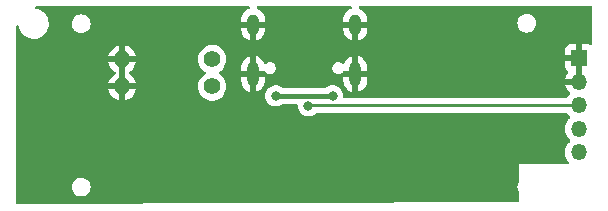
<source format=gtl>
%TF.GenerationSoftware,KiCad,Pcbnew,(7.0.0-0)*%
%TF.CreationDate,2023-08-09T13:49:59+02:00*%
%TF.ProjectId,shine-usb-c,7368696e-652d-4757-9362-2d632e6b6963,1*%
%TF.SameCoordinates,Original*%
%TF.FileFunction,Copper,L1,Top*%
%TF.FilePolarity,Positive*%
%FSLAX46Y46*%
G04 Gerber Fmt 4.6, Leading zero omitted, Abs format (unit mm)*
G04 Created by KiCad (PCBNEW (7.0.0-0)) date 2023-08-09 13:49:59*
%MOMM*%
%LPD*%
G01*
G04 APERTURE LIST*
%TA.AperFunction,ComponentPad*%
%ADD10O,1.000000X1.800000*%
%TD*%
%TA.AperFunction,ComponentPad*%
%ADD11O,1.000000X2.100000*%
%TD*%
%TA.AperFunction,ComponentPad*%
%ADD12C,1.400000*%
%TD*%
%TA.AperFunction,ComponentPad*%
%ADD13O,1.400000X1.400000*%
%TD*%
%TA.AperFunction,ComponentPad*%
%ADD14R,1.350000X1.350000*%
%TD*%
%TA.AperFunction,ComponentPad*%
%ADD15O,1.350000X1.350000*%
%TD*%
%TA.AperFunction,ViaPad*%
%ADD16C,0.800000*%
%TD*%
%TA.AperFunction,Conductor*%
%ADD17C,0.381000*%
%TD*%
%TA.AperFunction,Conductor*%
%ADD18C,0.254000*%
%TD*%
G04 APERTURE END LIST*
D10*
%TO.P,J2,S1,SHELL*%
%TO.N,GND*%
X148679999Y-89174999D03*
%TO.P,J2,S2,SHELL*%
X157319999Y-89174999D03*
D11*
%TO.P,J2,S3,SHELL*%
X148679999Y-93354998D03*
%TO.P,J2,S4,SHELL*%
X157319999Y-93354998D03*
%TD*%
D12*
%TO.P,R2,1*%
%TO.N,Net-(J2-CC1)*%
X145210000Y-94400000D03*
D13*
%TO.P,R2,2*%
%TO.N,GND*%
X137589999Y-94399999D03*
%TD*%
D12*
%TO.P,R1,1*%
%TO.N,Net-(J2-CC2)*%
X145210000Y-92100000D03*
D13*
%TO.P,R1,2*%
%TO.N,GND*%
X137589999Y-92099999D03*
%TD*%
D14*
%TO.P,J1,1,Pin_1*%
%TO.N,GND*%
X176249999Y-91999999D03*
D15*
%TO.P,J1,2,Pin_2*%
X176249999Y-93999999D03*
%TO.P,J1,3,Pin_3*%
%TO.N,/CONN_D+*%
X176249999Y-95999999D03*
%TO.P,J1,4,Pin_4*%
%TO.N,/CONN_D-*%
X176249999Y-97999999D03*
%TO.P,J1,5,Pin_5*%
%TO.N,/CONN_VBUS*%
X176249999Y-99999999D03*
%TD*%
D16*
%TO.N,/CONN_VBUS*%
X150600000Y-95200000D03*
X155400000Y-95200000D03*
%TO.N,/CONN_D+*%
X153360760Y-96039240D03*
%TD*%
D17*
%TO.N,/CONN_VBUS*%
X155400000Y-95200000D02*
X150600000Y-95200000D01*
D18*
%TO.N,/CONN_D+*%
X153360760Y-96039240D02*
X153400000Y-96000000D01*
X153400000Y-96000000D02*
X176250000Y-96000000D01*
%TD*%
%TA.AperFunction,Conductor*%
%TO.N,GND*%
G36*
X148347033Y-87618768D02*
G01*
X148392769Y-87669391D01*
X148404805Y-87736545D01*
X148379497Y-87799902D01*
X148324506Y-87840282D01*
X148243230Y-87870382D01*
X148231993Y-87875894D01*
X148070073Y-87976819D01*
X148060179Y-87984478D01*
X147921885Y-88115936D01*
X147913737Y-88125427D01*
X147804734Y-88282036D01*
X147798665Y-88292970D01*
X147723418Y-88468318D01*
X147719675Y-88480247D01*
X147681265Y-88667152D01*
X147680000Y-88679598D01*
X147680000Y-88908674D01*
X147683450Y-88921549D01*
X147696326Y-88925000D01*
X149663674Y-88925000D01*
X149676549Y-88921549D01*
X149680000Y-88908674D01*
X149680000Y-88727430D01*
X149679682Y-88721164D01*
X149665216Y-88578915D01*
X149662698Y-88566664D01*
X149605580Y-88384614D01*
X149600644Y-88373110D01*
X149508045Y-88206279D01*
X149500902Y-88196017D01*
X149376620Y-88051245D01*
X149367541Y-88042614D01*
X149216670Y-87925832D01*
X149206042Y-87919207D01*
X149035041Y-87835328D01*
X148985769Y-87791711D01*
X148965752Y-87729025D01*
X148980627Y-87664924D01*
X149026205Y-87617460D01*
X149089650Y-87600000D01*
X156921441Y-87600000D01*
X156987033Y-87618768D01*
X157032769Y-87669391D01*
X157044805Y-87736545D01*
X157019497Y-87799902D01*
X156964506Y-87840282D01*
X156883230Y-87870382D01*
X156871993Y-87875894D01*
X156710073Y-87976819D01*
X156700179Y-87984478D01*
X156561885Y-88115936D01*
X156553737Y-88125427D01*
X156444734Y-88282036D01*
X156438665Y-88292970D01*
X156363418Y-88468318D01*
X156359675Y-88480247D01*
X156321265Y-88667152D01*
X156320000Y-88679598D01*
X156320000Y-88908674D01*
X156323450Y-88921549D01*
X156336326Y-88925000D01*
X158303674Y-88925000D01*
X158316549Y-88921549D01*
X158320000Y-88908674D01*
X158320000Y-88727430D01*
X158319682Y-88721164D01*
X158305216Y-88578915D01*
X158302698Y-88566664D01*
X158245580Y-88384614D01*
X158240644Y-88373110D01*
X158148045Y-88206279D01*
X158140902Y-88196017D01*
X158016620Y-88051245D01*
X158007541Y-88042614D01*
X157856670Y-87925832D01*
X157846042Y-87919207D01*
X157675041Y-87835328D01*
X157625769Y-87791711D01*
X157605752Y-87729025D01*
X157620627Y-87664924D01*
X157666205Y-87617460D01*
X157729650Y-87600000D01*
X177276000Y-87600000D01*
X177338000Y-87616613D01*
X177383387Y-87662000D01*
X177400000Y-87724000D01*
X177400000Y-90808282D01*
X177381495Y-90873449D01*
X177331504Y-90919166D01*
X177264946Y-90931788D01*
X177201688Y-90907548D01*
X177174190Y-90886962D01*
X177158777Y-90878547D01*
X177039641Y-90834111D01*
X177024667Y-90830573D01*
X176976114Y-90825353D01*
X176969518Y-90825000D01*
X176516326Y-90825000D01*
X176503450Y-90828450D01*
X176500000Y-90841326D01*
X176500000Y-94126000D01*
X176483387Y-94188000D01*
X176438000Y-94233387D01*
X176376000Y-94250000D01*
X175113880Y-94250000D01*
X175102911Y-94252579D01*
X175103432Y-94263838D01*
X175148080Y-94420757D01*
X175152208Y-94431413D01*
X175244160Y-94616078D01*
X175250169Y-94625782D01*
X175374487Y-94790406D01*
X175382181Y-94798847D01*
X175501944Y-94908024D01*
X175537672Y-94965726D01*
X175537673Y-95033595D01*
X175501944Y-95091298D01*
X175377573Y-95204678D01*
X175374124Y-95209244D01*
X175374115Y-95209255D01*
X175288049Y-95323227D01*
X175244367Y-95359500D01*
X175189095Y-95372500D01*
X156425046Y-95372500D01*
X156359336Y-95353658D01*
X156313596Y-95302859D01*
X156301725Y-95235539D01*
X156304781Y-95206461D01*
X156304781Y-95206460D01*
X156305460Y-95200000D01*
X156285674Y-95011744D01*
X156227179Y-94831716D01*
X156132533Y-94667784D01*
X156085751Y-94615828D01*
X156010220Y-94531942D01*
X156010219Y-94531941D01*
X156005871Y-94527112D01*
X156000613Y-94523292D01*
X156000611Y-94523290D01*
X155857988Y-94419669D01*
X155857987Y-94419668D01*
X155852730Y-94415849D01*
X155846792Y-94413205D01*
X155685745Y-94341501D01*
X155685740Y-94341499D01*
X155679803Y-94338856D01*
X155673444Y-94337504D01*
X155673440Y-94337503D01*
X155501008Y-94300852D01*
X155501005Y-94300851D01*
X155494646Y-94299500D01*
X155305354Y-94299500D01*
X155298995Y-94300851D01*
X155298991Y-94300852D01*
X155126559Y-94337503D01*
X155126552Y-94337505D01*
X155120197Y-94338856D01*
X155114262Y-94341498D01*
X155114254Y-94341501D01*
X154953207Y-94413205D01*
X154953202Y-94413207D01*
X154947270Y-94415849D01*
X154942016Y-94419665D01*
X154942011Y-94419669D01*
X154851654Y-94485318D01*
X154817087Y-94502931D01*
X154778769Y-94509000D01*
X151221231Y-94509000D01*
X151182913Y-94502931D01*
X151148346Y-94485318D01*
X151132381Y-94473719D01*
X151074152Y-94431413D01*
X151057988Y-94419669D01*
X151057987Y-94419668D01*
X151052730Y-94415849D01*
X151046792Y-94413205D01*
X150885745Y-94341501D01*
X150885740Y-94341499D01*
X150879803Y-94338856D01*
X150873444Y-94337504D01*
X150873440Y-94337503D01*
X150701008Y-94300852D01*
X150701005Y-94300851D01*
X150694646Y-94299500D01*
X150505354Y-94299500D01*
X150498995Y-94300851D01*
X150498991Y-94300852D01*
X150326559Y-94337503D01*
X150326552Y-94337505D01*
X150320197Y-94338856D01*
X150314262Y-94341498D01*
X150314254Y-94341501D01*
X150153207Y-94413205D01*
X150153202Y-94413207D01*
X150147270Y-94415849D01*
X150142016Y-94419665D01*
X150142011Y-94419669D01*
X149999388Y-94523290D01*
X149999381Y-94523295D01*
X149994129Y-94527112D01*
X149989784Y-94531937D01*
X149989779Y-94531942D01*
X149871813Y-94662956D01*
X149871808Y-94662962D01*
X149867467Y-94667784D01*
X149864222Y-94673404D01*
X149864218Y-94673410D01*
X149776069Y-94826089D01*
X149776066Y-94826094D01*
X149772821Y-94831716D01*
X149770815Y-94837888D01*
X149770813Y-94837894D01*
X149716333Y-95005564D01*
X149716331Y-95005573D01*
X149714326Y-95011744D01*
X149713648Y-95018194D01*
X149713646Y-95018204D01*
X149695962Y-95186464D01*
X149694540Y-95200000D01*
X149695219Y-95206460D01*
X149713646Y-95381795D01*
X149713647Y-95381803D01*
X149714326Y-95388256D01*
X149716331Y-95394428D01*
X149716333Y-95394435D01*
X149744417Y-95480867D01*
X149772821Y-95568284D01*
X149867467Y-95732216D01*
X149871811Y-95737041D01*
X149871813Y-95737043D01*
X149989779Y-95868057D01*
X149994129Y-95872888D01*
X150147270Y-95984151D01*
X150320197Y-96061144D01*
X150505354Y-96100500D01*
X150688143Y-96100500D01*
X150694646Y-96100500D01*
X150879803Y-96061144D01*
X151052730Y-95984151D01*
X151148347Y-95914681D01*
X151182913Y-95897069D01*
X151221231Y-95891000D01*
X152333164Y-95891000D01*
X152398873Y-95909841D01*
X152444613Y-95960639D01*
X152456485Y-96027956D01*
X152455979Y-96032772D01*
X152455979Y-96032779D01*
X152455300Y-96039240D01*
X152455979Y-96045700D01*
X152474406Y-96221035D01*
X152474407Y-96221043D01*
X152475086Y-96227496D01*
X152477091Y-96233668D01*
X152477093Y-96233675D01*
X152531573Y-96401345D01*
X152533581Y-96407524D01*
X152628227Y-96571456D01*
X152632571Y-96576281D01*
X152632573Y-96576283D01*
X152715630Y-96668527D01*
X152754889Y-96712128D01*
X152760147Y-96715948D01*
X152760148Y-96715949D01*
X152831459Y-96767759D01*
X152908030Y-96823391D01*
X153080957Y-96900384D01*
X153266114Y-96939740D01*
X153448903Y-96939740D01*
X153455406Y-96939740D01*
X153640563Y-96900384D01*
X153813490Y-96823391D01*
X153966631Y-96712128D01*
X153983387Y-96693519D01*
X154005891Y-96668527D01*
X154047605Y-96638220D01*
X154098040Y-96627500D01*
X175189095Y-96627500D01*
X175244367Y-96640500D01*
X175288049Y-96676773D01*
X175374115Y-96790744D01*
X175374120Y-96790749D01*
X175377573Y-96795322D01*
X175381809Y-96799183D01*
X175381813Y-96799188D01*
X175501573Y-96908363D01*
X175537301Y-96966066D01*
X175537301Y-97033934D01*
X175501573Y-97091637D01*
X175381813Y-97200811D01*
X175381803Y-97200821D01*
X175377573Y-97204678D01*
X175374119Y-97209251D01*
X175374116Y-97209255D01*
X175286001Y-97325939D01*
X175246288Y-97378528D01*
X175243738Y-97383648D01*
X175243733Y-97383657D01*
X175151737Y-97568410D01*
X175151733Y-97568418D01*
X175149183Y-97573541D01*
X175089565Y-97783077D01*
X175069464Y-98000000D01*
X175089565Y-98216923D01*
X175149183Y-98426459D01*
X175151735Y-98431585D01*
X175151737Y-98431589D01*
X175243733Y-98616342D01*
X175243735Y-98616346D01*
X175246288Y-98621472D01*
X175377573Y-98795322D01*
X175381809Y-98799183D01*
X175381813Y-98799188D01*
X175501573Y-98908363D01*
X175537301Y-98966066D01*
X175537301Y-99033934D01*
X175501573Y-99091637D01*
X175381813Y-99200811D01*
X175381803Y-99200821D01*
X175377573Y-99204678D01*
X175374119Y-99209251D01*
X175374116Y-99209255D01*
X175286001Y-99325939D01*
X175246288Y-99378528D01*
X175243738Y-99383648D01*
X175243733Y-99383657D01*
X175151737Y-99568410D01*
X175151733Y-99568418D01*
X175149183Y-99573541D01*
X175089565Y-99783077D01*
X175069464Y-100000000D01*
X175089565Y-100216923D01*
X175149183Y-100426459D01*
X175151735Y-100431585D01*
X175151737Y-100431589D01*
X175243733Y-100616342D01*
X175243735Y-100616346D01*
X175246288Y-100621472D01*
X175249741Y-100626044D01*
X175374115Y-100790744D01*
X175374120Y-100790749D01*
X175376436Y-100793816D01*
X175376437Y-100793818D01*
X175377573Y-100795322D01*
X175377363Y-100795480D01*
X175403311Y-100842066D01*
X175405933Y-100898785D01*
X175382998Y-100950727D01*
X175339315Y-100987000D01*
X175284044Y-101000000D01*
X171200000Y-101000000D01*
X171200000Y-101016326D01*
X171200000Y-102403533D01*
X171180993Y-102469505D01*
X171128744Y-102552661D01*
X171126444Y-102559233D01*
X171126443Y-102559236D01*
X171071838Y-102715285D01*
X171071835Y-102715294D01*
X171069537Y-102721864D01*
X171068757Y-102728780D01*
X171068756Y-102728788D01*
X171050246Y-102893077D01*
X171049466Y-102900000D01*
X171050246Y-102906923D01*
X171068756Y-103071211D01*
X171068757Y-103071217D01*
X171069537Y-103078136D01*
X171071836Y-103084707D01*
X171071838Y-103084714D01*
X171122795Y-103230339D01*
X171128744Y-103247339D01*
X171148157Y-103278235D01*
X171180994Y-103330495D01*
X171200000Y-103396467D01*
X171200000Y-104101917D01*
X171183472Y-104163770D01*
X171138293Y-104209134D01*
X171076508Y-104225915D01*
X128724506Y-104399489D01*
X128662294Y-104383047D01*
X128616698Y-104337638D01*
X128600000Y-104275491D01*
X128600000Y-102925000D01*
X133324466Y-102925000D01*
X133325246Y-102931923D01*
X133343756Y-103096211D01*
X133343757Y-103096217D01*
X133344537Y-103103136D01*
X133346836Y-103109707D01*
X133346838Y-103109714D01*
X133392695Y-103240763D01*
X133403744Y-103272339D01*
X133499117Y-103424125D01*
X133625875Y-103550883D01*
X133777661Y-103646256D01*
X133946864Y-103705463D01*
X134080322Y-103720500D01*
X134166193Y-103720500D01*
X134169678Y-103720500D01*
X134303136Y-103705463D01*
X134472339Y-103646256D01*
X134624125Y-103550883D01*
X134750883Y-103424125D01*
X134846256Y-103272339D01*
X134905463Y-103103136D01*
X134925534Y-102925000D01*
X134905463Y-102746864D01*
X134846256Y-102577661D01*
X134750883Y-102425875D01*
X134624125Y-102299117D01*
X134472339Y-102203744D01*
X134303136Y-102144537D01*
X134296217Y-102143757D01*
X134296211Y-102143756D01*
X134173144Y-102129890D01*
X134173134Y-102129889D01*
X134169678Y-102129500D01*
X134080322Y-102129500D01*
X134076866Y-102129889D01*
X134076855Y-102129890D01*
X133953788Y-102143756D01*
X133953780Y-102143757D01*
X133946864Y-102144537D01*
X133940290Y-102146837D01*
X133940287Y-102146838D01*
X133784236Y-102201443D01*
X133784233Y-102201444D01*
X133777661Y-102203744D01*
X133771766Y-102207447D01*
X133771764Y-102207449D01*
X133631775Y-102295409D01*
X133631770Y-102295412D01*
X133625875Y-102299117D01*
X133620950Y-102304041D01*
X133620946Y-102304045D01*
X133504045Y-102420946D01*
X133504041Y-102420950D01*
X133499117Y-102425875D01*
X133495412Y-102431770D01*
X133495409Y-102431775D01*
X133419452Y-102552661D01*
X133403744Y-102577661D01*
X133401444Y-102584233D01*
X133401443Y-102584236D01*
X133346838Y-102740285D01*
X133346835Y-102740294D01*
X133344537Y-102746864D01*
X133343757Y-102753780D01*
X133343756Y-102753788D01*
X133328063Y-102893077D01*
X133324466Y-102925000D01*
X128600000Y-102925000D01*
X128600000Y-94652580D01*
X136416920Y-94652580D01*
X136417440Y-94663835D01*
X136464672Y-94829840D01*
X136468792Y-94840474D01*
X136562813Y-95029295D01*
X136568820Y-95038997D01*
X136695932Y-95207320D01*
X136703630Y-95215764D01*
X136859505Y-95357862D01*
X136868609Y-95364738D01*
X137047950Y-95475781D01*
X137058163Y-95480867D01*
X137254855Y-95557066D01*
X137265831Y-95560188D01*
X137326570Y-95571542D01*
X137337598Y-95571160D01*
X137340000Y-95560393D01*
X137840000Y-95560393D01*
X137842401Y-95571160D01*
X137853429Y-95571542D01*
X137914168Y-95560188D01*
X137925144Y-95557066D01*
X138121836Y-95480867D01*
X138132049Y-95475781D01*
X138311390Y-95364738D01*
X138320494Y-95357862D01*
X138476369Y-95215764D01*
X138484067Y-95207320D01*
X138611179Y-95038997D01*
X138617186Y-95029295D01*
X138711207Y-94840474D01*
X138715327Y-94829840D01*
X138762559Y-94663835D01*
X138763079Y-94652580D01*
X138752110Y-94650000D01*
X137856326Y-94650000D01*
X137843450Y-94653450D01*
X137840000Y-94666326D01*
X137840000Y-95560393D01*
X137340000Y-95560393D01*
X137340000Y-94666326D01*
X137336549Y-94653450D01*
X137323674Y-94650000D01*
X136427890Y-94650000D01*
X136416920Y-94652580D01*
X128600000Y-94652580D01*
X128600000Y-94400000D01*
X144004357Y-94400000D01*
X144024885Y-94621536D01*
X144029394Y-94637384D01*
X144084201Y-94830013D01*
X144084204Y-94830021D01*
X144085771Y-94835528D01*
X144088323Y-94840653D01*
X144088325Y-94840658D01*
X144182387Y-95029559D01*
X144182389Y-95029563D01*
X144184942Y-95034689D01*
X144188391Y-95039256D01*
X144188394Y-95039261D01*
X144315561Y-95207658D01*
X144315566Y-95207663D01*
X144319019Y-95212236D01*
X144323255Y-95216097D01*
X144323259Y-95216102D01*
X144422401Y-95306481D01*
X144483438Y-95362124D01*
X144672599Y-95479247D01*
X144880060Y-95559618D01*
X145098757Y-95600500D01*
X145315514Y-95600500D01*
X145321243Y-95600500D01*
X145539940Y-95559618D01*
X145747401Y-95479247D01*
X145936562Y-95362124D01*
X146100981Y-95212236D01*
X146235058Y-95034689D01*
X146334229Y-94835528D01*
X146395115Y-94621536D01*
X146415643Y-94400000D01*
X146395115Y-94178464D01*
X146334229Y-93964472D01*
X146328302Y-93952569D01*
X147680000Y-93952569D01*
X147680317Y-93958834D01*
X147694783Y-94101083D01*
X147697301Y-94113334D01*
X147754419Y-94295384D01*
X147759355Y-94306888D01*
X147851954Y-94473719D01*
X147859097Y-94483981D01*
X147983379Y-94628753D01*
X147992458Y-94637384D01*
X148143329Y-94754166D01*
X148153957Y-94760791D01*
X148325256Y-94844816D01*
X148336997Y-94849164D01*
X148416253Y-94869685D01*
X148427464Y-94869970D01*
X148428627Y-94864961D01*
X148930000Y-94864961D01*
X148932337Y-94875644D01*
X148937502Y-94875972D01*
X148937840Y-94875884D01*
X149116760Y-94809620D01*
X149128006Y-94804104D01*
X149289926Y-94703179D01*
X149299820Y-94695520D01*
X149438114Y-94564062D01*
X149446262Y-94554571D01*
X149555265Y-94397962D01*
X149561334Y-94387028D01*
X149636581Y-94211680D01*
X149640324Y-94199751D01*
X149678734Y-94012846D01*
X149680000Y-94000401D01*
X149680000Y-93952569D01*
X156320000Y-93952569D01*
X156320317Y-93958834D01*
X156334783Y-94101083D01*
X156337301Y-94113334D01*
X156394419Y-94295384D01*
X156399355Y-94306888D01*
X156491954Y-94473719D01*
X156499097Y-94483981D01*
X156623379Y-94628753D01*
X156632458Y-94637384D01*
X156783329Y-94754166D01*
X156793957Y-94760791D01*
X156965256Y-94844816D01*
X156976997Y-94849164D01*
X157056253Y-94869685D01*
X157067464Y-94869970D01*
X157068627Y-94864961D01*
X157570000Y-94864961D01*
X157572337Y-94875644D01*
X157577502Y-94875972D01*
X157577840Y-94875884D01*
X157756760Y-94809620D01*
X157768006Y-94804104D01*
X157929926Y-94703179D01*
X157939820Y-94695520D01*
X158078114Y-94564062D01*
X158086262Y-94554571D01*
X158195265Y-94397962D01*
X158201334Y-94387028D01*
X158276581Y-94211680D01*
X158280324Y-94199751D01*
X158318734Y-94012846D01*
X158320000Y-94000401D01*
X158320000Y-93621325D01*
X158316549Y-93608449D01*
X158303674Y-93604999D01*
X157586326Y-93604999D01*
X157573450Y-93608449D01*
X157570000Y-93621325D01*
X157570000Y-94864961D01*
X157068627Y-94864961D01*
X157070000Y-94859045D01*
X157070000Y-93621325D01*
X157066549Y-93608449D01*
X157053674Y-93604999D01*
X156336326Y-93604999D01*
X156323450Y-93608449D01*
X156320000Y-93621325D01*
X156320000Y-93952569D01*
X149680000Y-93952569D01*
X149680000Y-93621325D01*
X149676549Y-93608449D01*
X149663674Y-93604999D01*
X148946326Y-93604999D01*
X148933450Y-93608449D01*
X148930000Y-93621325D01*
X148930000Y-94864961D01*
X148428627Y-94864961D01*
X148430000Y-94859045D01*
X148430000Y-93621325D01*
X148426549Y-93608449D01*
X148413674Y-93604999D01*
X147696326Y-93604999D01*
X147683450Y-93608449D01*
X147680000Y-93621325D01*
X147680000Y-93952569D01*
X146328302Y-93952569D01*
X146235058Y-93765311D01*
X146223496Y-93750000D01*
X146104438Y-93592341D01*
X146104434Y-93592337D01*
X146100981Y-93587764D01*
X146096744Y-93583901D01*
X146096740Y-93583897D01*
X145940796Y-93441736D01*
X145940797Y-93441736D01*
X145936562Y-93437876D01*
X145931692Y-93434861D01*
X145931690Y-93434859D01*
X145849421Y-93383921D01*
X145803400Y-93355425D01*
X145760349Y-93310339D01*
X145744678Y-93250000D01*
X145760349Y-93189661D01*
X145803400Y-93144574D01*
X145893684Y-93088673D01*
X147680000Y-93088673D01*
X147683450Y-93101548D01*
X147696326Y-93104999D01*
X148413674Y-93104999D01*
X148426549Y-93101548D01*
X148430000Y-93088673D01*
X148930000Y-93088673D01*
X148933450Y-93101548D01*
X148946326Y-93104999D01*
X149613954Y-93104999D01*
X149673380Y-93120166D01*
X149718268Y-93161958D01*
X149726881Y-93175359D01*
X149731676Y-93182820D01*
X149839358Y-93276127D01*
X149968966Y-93335317D01*
X150074564Y-93350500D01*
X150141010Y-93350500D01*
X150145436Y-93350500D01*
X150251034Y-93335317D01*
X150380642Y-93276127D01*
X150488324Y-93182820D01*
X150565357Y-93062955D01*
X150605500Y-92926242D01*
X155394500Y-92926242D01*
X155396997Y-92934746D01*
X155396998Y-92934752D01*
X155423525Y-93025092D01*
X155434643Y-93062955D01*
X155511676Y-93182820D01*
X155619358Y-93276127D01*
X155748966Y-93335317D01*
X155854564Y-93350500D01*
X155921010Y-93350500D01*
X155925436Y-93350500D01*
X156031034Y-93335317D01*
X156160642Y-93276127D01*
X156268324Y-93182820D01*
X156277924Y-93167882D01*
X156281732Y-93161958D01*
X156326620Y-93120166D01*
X156386046Y-93104999D01*
X157053674Y-93104999D01*
X157066549Y-93101548D01*
X157070000Y-93088673D01*
X157570000Y-93088673D01*
X157573450Y-93101548D01*
X157586326Y-93104999D01*
X158303674Y-93104999D01*
X158316549Y-93101548D01*
X158320000Y-93088673D01*
X158320000Y-92757429D01*
X158319682Y-92751163D01*
X158316464Y-92719518D01*
X175075000Y-92719518D01*
X175075353Y-92726114D01*
X175080573Y-92774667D01*
X175084111Y-92789641D01*
X175128547Y-92908777D01*
X175136962Y-92924189D01*
X175212498Y-93025092D01*
X175224907Y-93037501D01*
X175303806Y-93096565D01*
X175343552Y-93147179D01*
X175352576Y-93210898D01*
X175328449Y-93270558D01*
X175250169Y-93374217D01*
X175244160Y-93383921D01*
X175152208Y-93568586D01*
X175148080Y-93579242D01*
X175103432Y-93736161D01*
X175102911Y-93747420D01*
X175113880Y-93750000D01*
X175983674Y-93750000D01*
X175996549Y-93746549D01*
X176000000Y-93733674D01*
X176000000Y-92266326D01*
X175996549Y-92253450D01*
X175983674Y-92250000D01*
X175091326Y-92250000D01*
X175078450Y-92253450D01*
X175075000Y-92266326D01*
X175075000Y-92719518D01*
X158316464Y-92719518D01*
X158305216Y-92608914D01*
X158302698Y-92596663D01*
X158245580Y-92414613D01*
X158240644Y-92403109D01*
X158148045Y-92236278D01*
X158140902Y-92226016D01*
X158016620Y-92081244D01*
X158007541Y-92072613D01*
X157856670Y-91955831D01*
X157846042Y-91949206D01*
X157674743Y-91865181D01*
X157663002Y-91860833D01*
X157583746Y-91840312D01*
X157572535Y-91840027D01*
X157570000Y-91850953D01*
X157570000Y-93088673D01*
X157070000Y-93088673D01*
X157070000Y-91845037D01*
X157067662Y-91834353D01*
X157062497Y-91834025D01*
X157062159Y-91834113D01*
X156883239Y-91900377D01*
X156871993Y-91905893D01*
X156710073Y-92006818D01*
X156700179Y-92014477D01*
X156561885Y-92145935D01*
X156553737Y-92155426D01*
X156444734Y-92312035D01*
X156438665Y-92322969D01*
X156395529Y-92423489D01*
X156361040Y-92469782D01*
X156309329Y-92495444D01*
X156251604Y-92494912D01*
X156200375Y-92468302D01*
X156196789Y-92465195D01*
X156160642Y-92433873D01*
X156152574Y-92430188D01*
X156152572Y-92430187D01*
X156039106Y-92378369D01*
X156039103Y-92378368D01*
X156031034Y-92374683D01*
X156022252Y-92373420D01*
X156022251Y-92373420D01*
X155929816Y-92360129D01*
X155929805Y-92360128D01*
X155925436Y-92359500D01*
X155854564Y-92359500D01*
X155850195Y-92360128D01*
X155850183Y-92360129D01*
X155757748Y-92373420D01*
X155757745Y-92373420D01*
X155748966Y-92374683D01*
X155740898Y-92378367D01*
X155740893Y-92378369D01*
X155627427Y-92430187D01*
X155627421Y-92430190D01*
X155619358Y-92433873D01*
X155612660Y-92439676D01*
X155612655Y-92439680D01*
X155518375Y-92521375D01*
X155511676Y-92527180D01*
X155506885Y-92534634D01*
X155506883Y-92534637D01*
X155439437Y-92639584D01*
X155439434Y-92639588D01*
X155434643Y-92647045D01*
X155432145Y-92655550D01*
X155432144Y-92655554D01*
X155396998Y-92775247D01*
X155396996Y-92775254D01*
X155394500Y-92783758D01*
X155394500Y-92926242D01*
X150605500Y-92926242D01*
X150605500Y-92783758D01*
X150565357Y-92647045D01*
X150488324Y-92527180D01*
X150380642Y-92433873D01*
X150372574Y-92430188D01*
X150372572Y-92430187D01*
X150259106Y-92378369D01*
X150259103Y-92378368D01*
X150251034Y-92374683D01*
X150242252Y-92373420D01*
X150242251Y-92373420D01*
X150149816Y-92360129D01*
X150149805Y-92360128D01*
X150145436Y-92359500D01*
X150074564Y-92359500D01*
X150070195Y-92360128D01*
X150070183Y-92360129D01*
X149977748Y-92373420D01*
X149977745Y-92373420D01*
X149968966Y-92374683D01*
X149960898Y-92378367D01*
X149960893Y-92378369D01*
X149847427Y-92430187D01*
X149847421Y-92430190D01*
X149839358Y-92433873D01*
X149832658Y-92439678D01*
X149832651Y-92439683D01*
X149803209Y-92465195D01*
X149751979Y-92491805D01*
X149694253Y-92492336D01*
X149642542Y-92466673D01*
X149608055Y-92420378D01*
X149600647Y-92403115D01*
X149508045Y-92236278D01*
X149500902Y-92226016D01*
X149376620Y-92081244D01*
X149367541Y-92072613D01*
X149216670Y-91955831D01*
X149206042Y-91949206D01*
X149034743Y-91865181D01*
X149023002Y-91860833D01*
X148943746Y-91840312D01*
X148932535Y-91840027D01*
X148930000Y-91850953D01*
X148930000Y-93088673D01*
X148430000Y-93088673D01*
X148430000Y-91845037D01*
X148427662Y-91834353D01*
X148422497Y-91834025D01*
X148422159Y-91834113D01*
X148243239Y-91900377D01*
X148231993Y-91905893D01*
X148070073Y-92006818D01*
X148060179Y-92014477D01*
X147921885Y-92145935D01*
X147913737Y-92155426D01*
X147804734Y-92312035D01*
X147798665Y-92322969D01*
X147723418Y-92498317D01*
X147719675Y-92510246D01*
X147681265Y-92697151D01*
X147680000Y-92709597D01*
X147680000Y-93088673D01*
X145893684Y-93088673D01*
X145936562Y-93062124D01*
X146100981Y-92912236D01*
X146235058Y-92734689D01*
X146334229Y-92535528D01*
X146395115Y-92321536D01*
X146415643Y-92100000D01*
X146395115Y-91878464D01*
X146353919Y-91733674D01*
X175075000Y-91733674D01*
X175078450Y-91746549D01*
X175091326Y-91750000D01*
X175983674Y-91750000D01*
X175996549Y-91746549D01*
X176000000Y-91733674D01*
X176000000Y-90841326D01*
X175996549Y-90828450D01*
X175983674Y-90825000D01*
X175530482Y-90825000D01*
X175523885Y-90825353D01*
X175475332Y-90830573D01*
X175460358Y-90834111D01*
X175341222Y-90878547D01*
X175325810Y-90886962D01*
X175224907Y-90962498D01*
X175212498Y-90974907D01*
X175136962Y-91075810D01*
X175128547Y-91091222D01*
X175084111Y-91210358D01*
X175080573Y-91225332D01*
X175075353Y-91273885D01*
X175075000Y-91280482D01*
X175075000Y-91733674D01*
X146353919Y-91733674D01*
X146334229Y-91664472D01*
X146235058Y-91465311D01*
X146104693Y-91292679D01*
X146104438Y-91292341D01*
X146104434Y-91292337D01*
X146100981Y-91287764D01*
X146096744Y-91283901D01*
X146096740Y-91283897D01*
X145940796Y-91141736D01*
X145940797Y-91141736D01*
X145936562Y-91137876D01*
X145931692Y-91134861D01*
X145931690Y-91134859D01*
X145752275Y-91023771D01*
X145752276Y-91023771D01*
X145747401Y-91020753D01*
X145539940Y-90940382D01*
X145493967Y-90931788D01*
X145326872Y-90900552D01*
X145326869Y-90900551D01*
X145321243Y-90899500D01*
X145098757Y-90899500D01*
X145093131Y-90900551D01*
X145093127Y-90900552D01*
X144885697Y-90939328D01*
X144885694Y-90939328D01*
X144880060Y-90940382D01*
X144874717Y-90942451D01*
X144874713Y-90942453D01*
X144677941Y-91018683D01*
X144677936Y-91018685D01*
X144672599Y-91020753D01*
X144667727Y-91023769D01*
X144667724Y-91023771D01*
X144488309Y-91134859D01*
X144488301Y-91134864D01*
X144483438Y-91137876D01*
X144479207Y-91141732D01*
X144479203Y-91141736D01*
X144323259Y-91283897D01*
X144323249Y-91283907D01*
X144319019Y-91287764D01*
X144315570Y-91292330D01*
X144315561Y-91292341D01*
X144188394Y-91460738D01*
X144188387Y-91460748D01*
X144184942Y-91465311D01*
X144182392Y-91470431D01*
X144182387Y-91470440D01*
X144088325Y-91659341D01*
X144088321Y-91659349D01*
X144085771Y-91664472D01*
X144084205Y-91669975D01*
X144084201Y-91669986D01*
X144029901Y-91860833D01*
X144024885Y-91878464D01*
X144004357Y-92100000D01*
X144024885Y-92321536D01*
X144026454Y-92327050D01*
X144084201Y-92530013D01*
X144084204Y-92530021D01*
X144085771Y-92535528D01*
X144088323Y-92540653D01*
X144088325Y-92540658D01*
X144182387Y-92729559D01*
X144182389Y-92729563D01*
X144184942Y-92734689D01*
X144188391Y-92739256D01*
X144188394Y-92739261D01*
X144315561Y-92907658D01*
X144315566Y-92907663D01*
X144319019Y-92912236D01*
X144323255Y-92916097D01*
X144323259Y-92916102D01*
X144435603Y-93018517D01*
X144483438Y-93062124D01*
X144488308Y-93065139D01*
X144488309Y-93065140D01*
X144616598Y-93144573D01*
X144659650Y-93189661D01*
X144675321Y-93250000D01*
X144659650Y-93310339D01*
X144616598Y-93355427D01*
X144488309Y-93434859D01*
X144488301Y-93434864D01*
X144483438Y-93437876D01*
X144479207Y-93441732D01*
X144479203Y-93441736D01*
X144323259Y-93583897D01*
X144323249Y-93583907D01*
X144319019Y-93587764D01*
X144315570Y-93592330D01*
X144315561Y-93592341D01*
X144188394Y-93760738D01*
X144188387Y-93760748D01*
X144184942Y-93765311D01*
X144182392Y-93770431D01*
X144182387Y-93770440D01*
X144088325Y-93959341D01*
X144088321Y-93959349D01*
X144085771Y-93964472D01*
X144084205Y-93969975D01*
X144084201Y-93969986D01*
X144026454Y-94172949D01*
X144024885Y-94178464D01*
X144024356Y-94184169D01*
X144024356Y-94184171D01*
X144013544Y-94300852D01*
X144004357Y-94400000D01*
X128600000Y-94400000D01*
X128600000Y-94147419D01*
X136416920Y-94147419D01*
X136427890Y-94150000D01*
X137323674Y-94150000D01*
X137336549Y-94146549D01*
X137340000Y-94133674D01*
X137840000Y-94133674D01*
X137843450Y-94146549D01*
X137856326Y-94150000D01*
X138752110Y-94150000D01*
X138763079Y-94147419D01*
X138762559Y-94136164D01*
X138715327Y-93970159D01*
X138711207Y-93959525D01*
X138617186Y-93770704D01*
X138611179Y-93761002D01*
X138484067Y-93592679D01*
X138476369Y-93584235D01*
X138320494Y-93442137D01*
X138311390Y-93435261D01*
X138182453Y-93355427D01*
X138139402Y-93310339D01*
X138123731Y-93250000D01*
X138139402Y-93189661D01*
X138182453Y-93144573D01*
X138311390Y-93064738D01*
X138320494Y-93057862D01*
X138476369Y-92915764D01*
X138484067Y-92907320D01*
X138611179Y-92738997D01*
X138617186Y-92729295D01*
X138711207Y-92540474D01*
X138715327Y-92529840D01*
X138762559Y-92363835D01*
X138763079Y-92352580D01*
X138752110Y-92350000D01*
X137856326Y-92350000D01*
X137843450Y-92353450D01*
X137840000Y-92366326D01*
X137840000Y-94133674D01*
X137340000Y-94133674D01*
X137340000Y-92366326D01*
X137336549Y-92353450D01*
X137323674Y-92350000D01*
X136427890Y-92350000D01*
X136416920Y-92352580D01*
X136417440Y-92363835D01*
X136464672Y-92529840D01*
X136468792Y-92540474D01*
X136562813Y-92729295D01*
X136568820Y-92738997D01*
X136695932Y-92907320D01*
X136703630Y-92915764D01*
X136859505Y-93057862D01*
X136868609Y-93064738D01*
X136997546Y-93144573D01*
X137040597Y-93189661D01*
X137056268Y-93250000D01*
X137040597Y-93310339D01*
X136997546Y-93355427D01*
X136868609Y-93435261D01*
X136859505Y-93442137D01*
X136703630Y-93584235D01*
X136695932Y-93592679D01*
X136568820Y-93761002D01*
X136562813Y-93770704D01*
X136468792Y-93959525D01*
X136464672Y-93970159D01*
X136417440Y-94136164D01*
X136416920Y-94147419D01*
X128600000Y-94147419D01*
X128600000Y-91847419D01*
X136416920Y-91847419D01*
X136427890Y-91850000D01*
X137323674Y-91850000D01*
X137336549Y-91846549D01*
X137340000Y-91833674D01*
X137840000Y-91833674D01*
X137843450Y-91846549D01*
X137856326Y-91850000D01*
X138752110Y-91850000D01*
X138763079Y-91847419D01*
X138762559Y-91836164D01*
X138715327Y-91670159D01*
X138711207Y-91659525D01*
X138617186Y-91470704D01*
X138611179Y-91461002D01*
X138484067Y-91292679D01*
X138476369Y-91284235D01*
X138320494Y-91142137D01*
X138311390Y-91135261D01*
X138132049Y-91024218D01*
X138121836Y-91019132D01*
X137925144Y-90942933D01*
X137914168Y-90939811D01*
X137853429Y-90928457D01*
X137842401Y-90928839D01*
X137840000Y-90939607D01*
X137840000Y-91833674D01*
X137340000Y-91833674D01*
X137340000Y-90939607D01*
X137337598Y-90928839D01*
X137326570Y-90928457D01*
X137265831Y-90939811D01*
X137254855Y-90942933D01*
X137058163Y-91019132D01*
X137047950Y-91024218D01*
X136868609Y-91135261D01*
X136859505Y-91142137D01*
X136703630Y-91284235D01*
X136695932Y-91292679D01*
X136568820Y-91461002D01*
X136562813Y-91470704D01*
X136468792Y-91659525D01*
X136464672Y-91670159D01*
X136417440Y-91836164D01*
X136416920Y-91847419D01*
X128600000Y-91847419D01*
X128600000Y-89330591D01*
X128615249Y-89271016D01*
X128657244Y-89226094D01*
X128715658Y-89206872D01*
X128776124Y-89218078D01*
X128823770Y-89256957D01*
X128846877Y-89313945D01*
X128856348Y-89383855D01*
X128858068Y-89389148D01*
X128858069Y-89389153D01*
X128925296Y-89596059D01*
X128925299Y-89596067D01*
X128927018Y-89601356D01*
X128929656Y-89606258D01*
X129032753Y-89797846D01*
X129032757Y-89797852D01*
X129035389Y-89802743D01*
X129038854Y-89807087D01*
X129038856Y-89807091D01*
X129088827Y-89869752D01*
X129177978Y-89981544D01*
X129182170Y-89985206D01*
X129346003Y-90128343D01*
X129346007Y-90128346D01*
X129350201Y-90132010D01*
X129546523Y-90249307D01*
X129760634Y-90329665D01*
X129985653Y-90370500D01*
X130154277Y-90370500D01*
X130157054Y-90370500D01*
X130327773Y-90355135D01*
X130548226Y-90294294D01*
X130754272Y-90195067D01*
X130939290Y-90060644D01*
X131097332Y-89895345D01*
X131223318Y-89704483D01*
X131313201Y-89494193D01*
X131364090Y-89271233D01*
X131371781Y-89100000D01*
X133324466Y-89100000D01*
X133325246Y-89106923D01*
X133343756Y-89271211D01*
X133343757Y-89271217D01*
X133344537Y-89278136D01*
X133346836Y-89284707D01*
X133346838Y-89284714D01*
X133379598Y-89378335D01*
X133403744Y-89447339D01*
X133407449Y-89453235D01*
X133470796Y-89554053D01*
X133499117Y-89599125D01*
X133625875Y-89725883D01*
X133777661Y-89821256D01*
X133946864Y-89880463D01*
X134080322Y-89895500D01*
X134166193Y-89895500D01*
X134169678Y-89895500D01*
X134303136Y-89880463D01*
X134472339Y-89821256D01*
X134624125Y-89725883D01*
X134727438Y-89622570D01*
X147680000Y-89622570D01*
X147680317Y-89628835D01*
X147694783Y-89771084D01*
X147697301Y-89783335D01*
X147754419Y-89965385D01*
X147759355Y-89976889D01*
X147851954Y-90143720D01*
X147859097Y-90153982D01*
X147983379Y-90298754D01*
X147992458Y-90307385D01*
X148143329Y-90424167D01*
X148153957Y-90430792D01*
X148325256Y-90514817D01*
X148336997Y-90519165D01*
X148416253Y-90539686D01*
X148427464Y-90539971D01*
X148428627Y-90534962D01*
X148930000Y-90534962D01*
X148932337Y-90545645D01*
X148937502Y-90545973D01*
X148937840Y-90545885D01*
X149116760Y-90479621D01*
X149128006Y-90474105D01*
X149289926Y-90373180D01*
X149299820Y-90365521D01*
X149438114Y-90234063D01*
X149446262Y-90224572D01*
X149555265Y-90067963D01*
X149561334Y-90057029D01*
X149636581Y-89881681D01*
X149640324Y-89869752D01*
X149678734Y-89682847D01*
X149680000Y-89670402D01*
X149680000Y-89622570D01*
X156320000Y-89622570D01*
X156320317Y-89628835D01*
X156334783Y-89771084D01*
X156337301Y-89783335D01*
X156394419Y-89965385D01*
X156399355Y-89976889D01*
X156491954Y-90143720D01*
X156499097Y-90153982D01*
X156623379Y-90298754D01*
X156632458Y-90307385D01*
X156783329Y-90424167D01*
X156793957Y-90430792D01*
X156965256Y-90514817D01*
X156976997Y-90519165D01*
X157056253Y-90539686D01*
X157067464Y-90539971D01*
X157068627Y-90534962D01*
X157570000Y-90534962D01*
X157572337Y-90545645D01*
X157577502Y-90545973D01*
X157577840Y-90545885D01*
X157756760Y-90479621D01*
X157768006Y-90474105D01*
X157929926Y-90373180D01*
X157939820Y-90365521D01*
X158078114Y-90234063D01*
X158086262Y-90224572D01*
X158195265Y-90067963D01*
X158201334Y-90057029D01*
X158276581Y-89881681D01*
X158280324Y-89869752D01*
X158318734Y-89682847D01*
X158320000Y-89670402D01*
X158320000Y-89441326D01*
X158316549Y-89428450D01*
X158303674Y-89425000D01*
X157586326Y-89425000D01*
X157573450Y-89428450D01*
X157570000Y-89441326D01*
X157570000Y-90534962D01*
X157068627Y-90534962D01*
X157070000Y-90529046D01*
X157070000Y-89441326D01*
X157066549Y-89428450D01*
X157053674Y-89425000D01*
X156336326Y-89425000D01*
X156323450Y-89428450D01*
X156320000Y-89441326D01*
X156320000Y-89622570D01*
X149680000Y-89622570D01*
X149680000Y-89441326D01*
X149676549Y-89428450D01*
X149663674Y-89425000D01*
X148946326Y-89425000D01*
X148933450Y-89428450D01*
X148930000Y-89441326D01*
X148930000Y-90534962D01*
X148428627Y-90534962D01*
X148430000Y-90529046D01*
X148430000Y-89441326D01*
X148426549Y-89428450D01*
X148413674Y-89425000D01*
X147696326Y-89425000D01*
X147683450Y-89428450D01*
X147680000Y-89441326D01*
X147680000Y-89622570D01*
X134727438Y-89622570D01*
X134750883Y-89599125D01*
X134846256Y-89447339D01*
X134905463Y-89278136D01*
X134925534Y-89100000D01*
X134919900Y-89050000D01*
X171049466Y-89050000D01*
X171050246Y-89056923D01*
X171068756Y-89221211D01*
X171068757Y-89221217D01*
X171069537Y-89228136D01*
X171071836Y-89234707D01*
X171071838Y-89234714D01*
X171122094Y-89378335D01*
X171128744Y-89397339D01*
X171224117Y-89549125D01*
X171350875Y-89675883D01*
X171502661Y-89771256D01*
X171671864Y-89830463D01*
X171805322Y-89845500D01*
X171891193Y-89845500D01*
X171894678Y-89845500D01*
X172028136Y-89830463D01*
X172197339Y-89771256D01*
X172349125Y-89675883D01*
X172475883Y-89549125D01*
X172571256Y-89397339D01*
X172630463Y-89228136D01*
X172650534Y-89050000D01*
X172630463Y-88871864D01*
X172571256Y-88702661D01*
X172475883Y-88550875D01*
X172349125Y-88424117D01*
X172197339Y-88328744D01*
X172028136Y-88269537D01*
X172021217Y-88268757D01*
X172021211Y-88268756D01*
X171898144Y-88254890D01*
X171898134Y-88254889D01*
X171894678Y-88254500D01*
X171805322Y-88254500D01*
X171801866Y-88254889D01*
X171801855Y-88254890D01*
X171678788Y-88268756D01*
X171678780Y-88268757D01*
X171671864Y-88269537D01*
X171665290Y-88271837D01*
X171665287Y-88271838D01*
X171509236Y-88326443D01*
X171509233Y-88326444D01*
X171502661Y-88328744D01*
X171496766Y-88332447D01*
X171496764Y-88332449D01*
X171356775Y-88420409D01*
X171356770Y-88420412D01*
X171350875Y-88424117D01*
X171345950Y-88429041D01*
X171345946Y-88429045D01*
X171229045Y-88545946D01*
X171229041Y-88545950D01*
X171224117Y-88550875D01*
X171220412Y-88556770D01*
X171220409Y-88556775D01*
X171143235Y-88679598D01*
X171128744Y-88702661D01*
X171126444Y-88709233D01*
X171126443Y-88709236D01*
X171071838Y-88865285D01*
X171071835Y-88865294D01*
X171069537Y-88871864D01*
X171068757Y-88878780D01*
X171068756Y-88878788D01*
X171050902Y-89037254D01*
X171049466Y-89050000D01*
X134919900Y-89050000D01*
X134905463Y-88921864D01*
X134846256Y-88752661D01*
X134750883Y-88600875D01*
X134624125Y-88474117D01*
X134472339Y-88378744D01*
X134303136Y-88319537D01*
X134296217Y-88318757D01*
X134296211Y-88318756D01*
X134173144Y-88304890D01*
X134173134Y-88304889D01*
X134169678Y-88304500D01*
X134080322Y-88304500D01*
X134076866Y-88304889D01*
X134076855Y-88304890D01*
X133953788Y-88318756D01*
X133953780Y-88318757D01*
X133946864Y-88319537D01*
X133940290Y-88321837D01*
X133940287Y-88321838D01*
X133784236Y-88376443D01*
X133784233Y-88376444D01*
X133777661Y-88378744D01*
X133771766Y-88382447D01*
X133771764Y-88382449D01*
X133631775Y-88470409D01*
X133631770Y-88470412D01*
X133625875Y-88474117D01*
X133620950Y-88479041D01*
X133620946Y-88479045D01*
X133504045Y-88595946D01*
X133504041Y-88595950D01*
X133499117Y-88600875D01*
X133495412Y-88606770D01*
X133495409Y-88606775D01*
X133407449Y-88746764D01*
X133403744Y-88752661D01*
X133401444Y-88759233D01*
X133401443Y-88759236D01*
X133346838Y-88915285D01*
X133346835Y-88915294D01*
X133344537Y-88921864D01*
X133343757Y-88928780D01*
X133343756Y-88928788D01*
X133325246Y-89093077D01*
X133324466Y-89100000D01*
X131371781Y-89100000D01*
X131374351Y-89042769D01*
X131343652Y-88816145D01*
X131299285Y-88679598D01*
X131274703Y-88603940D01*
X131274702Y-88603937D01*
X131272982Y-88598644D01*
X131164611Y-88397257D01*
X131149847Y-88378744D01*
X131102631Y-88319537D01*
X131022022Y-88218456D01*
X130936090Y-88143380D01*
X130853996Y-88071656D01*
X130853990Y-88071652D01*
X130849799Y-88067990D01*
X130845021Y-88065135D01*
X130845018Y-88065133D01*
X130658254Y-87953547D01*
X130658252Y-87953546D01*
X130653477Y-87950693D01*
X130648268Y-87948738D01*
X130648264Y-87948736D01*
X130444581Y-87872292D01*
X130444578Y-87872291D01*
X130439366Y-87870335D01*
X130433890Y-87869341D01*
X130433882Y-87869339D01*
X130305308Y-87846007D01*
X130250136Y-87820947D01*
X130213428Y-87772735D01*
X130203948Y-87712885D01*
X130223962Y-87655689D01*
X130268689Y-87614806D01*
X130327449Y-87600000D01*
X148281441Y-87600000D01*
X148347033Y-87618768D01*
G37*
%TD.AperFunction*%
%TD*%
M02*

</source>
